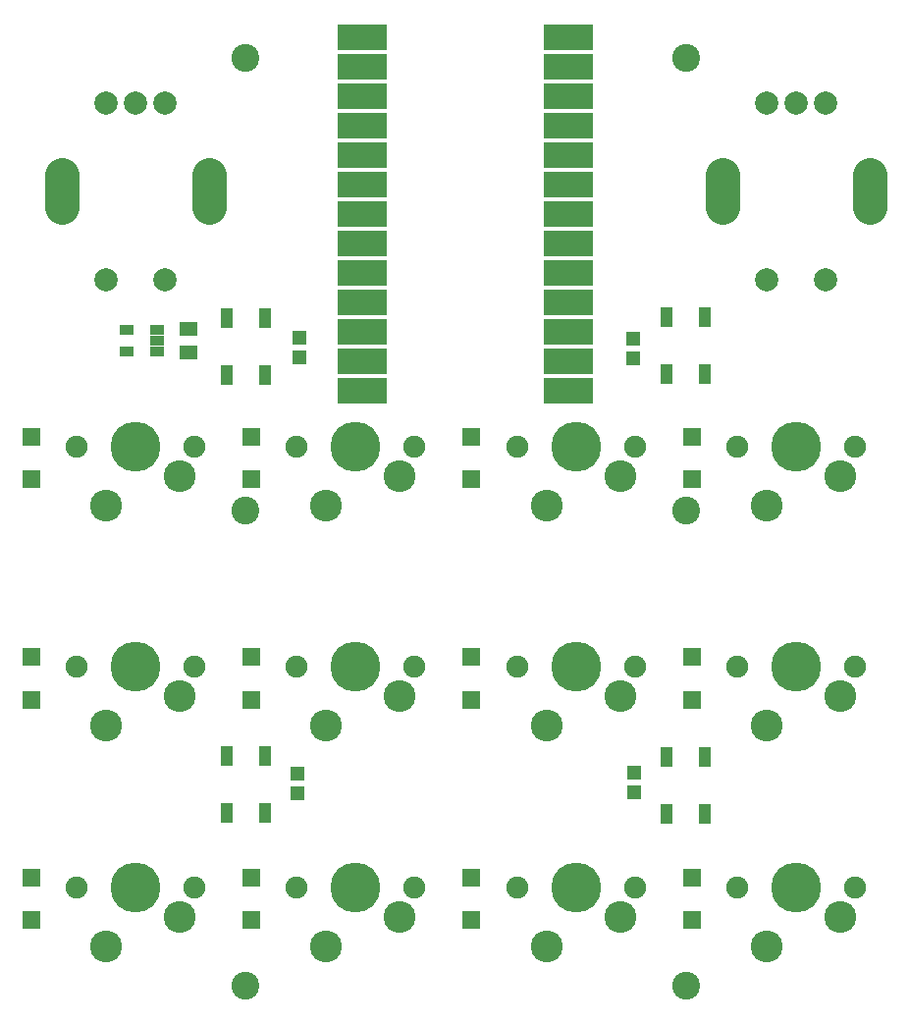
<source format=gbr>
G04 EAGLE Gerber RS-274X export*
G75*
%MOMM*%
%FSLAX34Y34*%
%LPD*%
%INSoldermask Bottom*%
%IPPOS*%
%AMOC8*
5,1,8,0,0,1.08239X$1,22.5*%
G01*
%ADD10C,2.403200*%
%ADD11R,1.203200X1.303200*%
%ADD12R,1.603200X1.603200*%
%ADD13R,1.193200X0.893200*%
%ADD14R,1.103200X1.703200*%
%ADD15R,1.603200X1.303200*%
%ADD16C,1.903200*%
%ADD17C,2.743200*%
%ADD18C,4.303200*%
%ADD19C,2.003200*%
%ADD20C,3.003200*%
%ADD21R,4.203200X2.203200*%


D10*
X215000Y35000D03*
X595000Y35000D03*
X595000Y445000D03*
X215000Y445000D03*
X215000Y835000D03*
X595000Y835000D03*
D11*
X261800Y594100D03*
X261800Y577100D03*
X549500Y575700D03*
X549500Y592700D03*
X550200Y219100D03*
X550200Y202100D03*
X259700Y218200D03*
X259700Y201200D03*
D12*
X30000Y91500D03*
X30000Y128500D03*
X220000Y471500D03*
X220000Y508500D03*
X410000Y471500D03*
X410000Y508500D03*
X600000Y471500D03*
X600000Y508500D03*
X220000Y91500D03*
X220000Y128500D03*
X410000Y91500D03*
X410000Y128500D03*
X600000Y91500D03*
X600000Y128500D03*
X30000Y281500D03*
X30000Y318500D03*
X220000Y281500D03*
X220000Y318500D03*
X410000Y281500D03*
X410000Y318500D03*
X600000Y281500D03*
X600000Y318500D03*
X30000Y471500D03*
X30000Y508500D03*
D13*
X138700Y600900D03*
X138700Y591400D03*
X138700Y581900D03*
X112800Y581900D03*
X112800Y600900D03*
D14*
X198500Y610700D03*
X231500Y610700D03*
X198500Y561700D03*
X231500Y561700D03*
X611500Y562300D03*
X578500Y562300D03*
X611500Y611300D03*
X578500Y611300D03*
X611500Y182900D03*
X578500Y182900D03*
X611500Y231900D03*
X578500Y231900D03*
X198800Y232700D03*
X231800Y232700D03*
X198800Y183700D03*
X231800Y183700D03*
D15*
X165700Y601300D03*
X165700Y581300D03*
D16*
X170800Y120000D03*
X69200Y120000D03*
D17*
X158100Y94600D03*
X94600Y69200D03*
D18*
X120000Y120000D03*
D16*
X360800Y500000D03*
X259200Y500000D03*
D17*
X348100Y474600D03*
X284600Y449200D03*
D18*
X310000Y500000D03*
D16*
X550800Y500000D03*
X449200Y500000D03*
D17*
X538100Y474600D03*
X474600Y449200D03*
D18*
X500000Y500000D03*
D16*
X740800Y500000D03*
X639200Y500000D03*
D17*
X728100Y474600D03*
X664600Y449200D03*
D18*
X690000Y500000D03*
D16*
X360800Y120000D03*
X259200Y120000D03*
D17*
X348100Y94600D03*
X284600Y69200D03*
D18*
X310000Y120000D03*
D16*
X550800Y120000D03*
X449200Y120000D03*
D17*
X538100Y94600D03*
X474600Y69200D03*
D18*
X500000Y120000D03*
D16*
X740800Y120000D03*
X639200Y120000D03*
D17*
X728100Y94600D03*
X664600Y69200D03*
D18*
X690000Y120000D03*
D16*
X170800Y310000D03*
X69200Y310000D03*
D17*
X158100Y284600D03*
X94600Y259200D03*
D18*
X120000Y310000D03*
D16*
X360800Y310000D03*
X259200Y310000D03*
D17*
X348100Y284600D03*
X284600Y259200D03*
D18*
X310000Y310000D03*
D16*
X550800Y310000D03*
X449200Y310000D03*
D17*
X538100Y284600D03*
X474600Y259200D03*
D18*
X500000Y310000D03*
D16*
X740800Y310000D03*
X639200Y310000D03*
D17*
X728100Y284600D03*
X664600Y259200D03*
D18*
X690000Y310000D03*
D16*
X170800Y500000D03*
X69200Y500000D03*
D17*
X158100Y474600D03*
X94600Y449200D03*
D18*
X120000Y500000D03*
D19*
X145400Y643800D03*
X94600Y643800D03*
X145400Y796200D03*
X94600Y796200D03*
X120000Y796200D03*
D20*
X183500Y734000D02*
X183500Y706000D01*
X56500Y706000D02*
X56500Y734000D01*
D19*
X715400Y643800D03*
X664600Y643800D03*
X715400Y796200D03*
X664600Y796200D03*
X690000Y796200D03*
D20*
X753500Y734000D02*
X753500Y706000D01*
X626500Y706000D02*
X626500Y734000D01*
D21*
X493500Y853200D03*
X493500Y827800D03*
X493500Y802400D03*
X493500Y777000D03*
X493500Y751600D03*
X493500Y726200D03*
X493500Y700800D03*
X493500Y675400D03*
X493500Y650000D03*
X493500Y624600D03*
X493500Y599200D03*
X493500Y573800D03*
X493500Y548400D03*
X315700Y548400D03*
X315700Y573800D03*
X315700Y599200D03*
X315700Y624600D03*
X315700Y650000D03*
X315700Y675400D03*
X315700Y700800D03*
X315700Y726200D03*
X315700Y751600D03*
X315700Y777000D03*
X315700Y802400D03*
X315700Y827800D03*
X315700Y853200D03*
M02*

</source>
